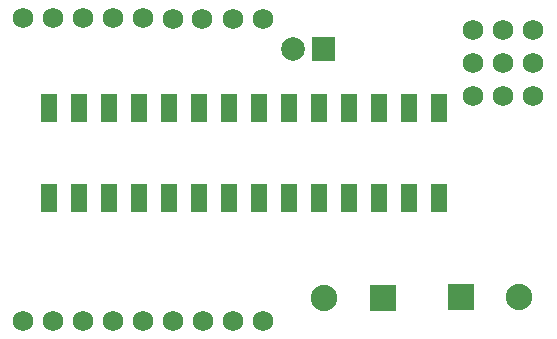
<source format=gbs>
G04 Layer: BottomSolderMaskLayer*
G04 EasyEDA v6.4.3, 2020-09-28T11:24:18+02:00*
G04 db6a862be2b4476fa8aa916105e7e4dd,b5629027151c44a780a78c7d9cec2130,10*
G04 Gerber Generator version 0.2*
G04 Scale: 100 percent, Rotated: No, Reflected: No *
G04 Dimensions in inches *
G04 leading zeros omitted , absolute positions ,2 integer and 4 decimal *
%FSLAX24Y24*%
%MOIN*%
G90*
G70D02*

%ADD25R,0.055700X0.093900*%
%ADD26C,0.068000*%
%ADD27R,0.088000X0.088000*%
%ADD28C,0.088000*%
%ADD31C,0.078866*%

%LPD*%
G54D25*
G01X1850Y5049D03*
G01X2850Y5049D03*
G01X3850Y5049D03*
G01X4850Y5049D03*
G01X5850Y5049D03*
G01X6850Y5049D03*
G01X7850Y5049D03*
G01X8850Y5049D03*
G01X9850Y5049D03*
G01X10850Y5049D03*
G01X11850Y5049D03*
G01X12850Y5049D03*
G01X13850Y5049D03*
G01X14850Y5049D03*
G01X14850Y8049D03*
G01X13850Y8049D03*
G01X12850Y8049D03*
G01X11850Y8049D03*
G01X10850Y8049D03*
G01X9850Y8049D03*
G01X8850Y8049D03*
G01X7850Y8049D03*
G01X6850Y8049D03*
G01X5850Y8049D03*
G01X4850Y8049D03*
G01X3850Y8049D03*
G01X2850Y8049D03*
G01X1850Y8049D03*
G54D26*
G01X1000Y950D03*
G01X2000Y950D03*
G01X3000Y950D03*
G01X4000Y950D03*
G01X5000Y950D03*
G01X6000Y950D03*
G01X7000Y950D03*
G01X8000Y950D03*
G36*
G01X12539Y1259D02*
G01X12539Y2140D01*
G01X13419Y2140D01*
G01X13419Y1259D01*
G01X12539Y1259D01*
G37*
G54D28*
G01X11019Y1700D03*
G54D27*
G01X15569Y1750D03*
G54D28*
G01X17530Y1750D03*
G54D26*
G01X8000Y11000D03*
G01X6950Y11000D03*
G01X6000Y11000D03*
G01X5000Y11050D03*
G01X4000Y11050D03*
G01X3000Y11050D03*
G01X2000Y11050D03*
G01X1000Y11050D03*
G01X9000Y950D03*
G01X9000Y11000D03*
G36*
G01X10606Y9605D02*
G01X10606Y10394D01*
G01X11393Y10394D01*
G01X11393Y9605D01*
G01X10606Y9605D01*
G37*
G54D31*
G01X10000Y10000D03*
G54D26*
G01X16000Y8450D03*
G01X17000Y8450D03*
G01X18000Y8450D03*
G01X16000Y9550D03*
G01X17000Y9550D03*
G01X18000Y9550D03*
G01X16000Y10650D03*
G01X17000Y10650D03*
G01X18000Y10650D03*
M00*
M02*

</source>
